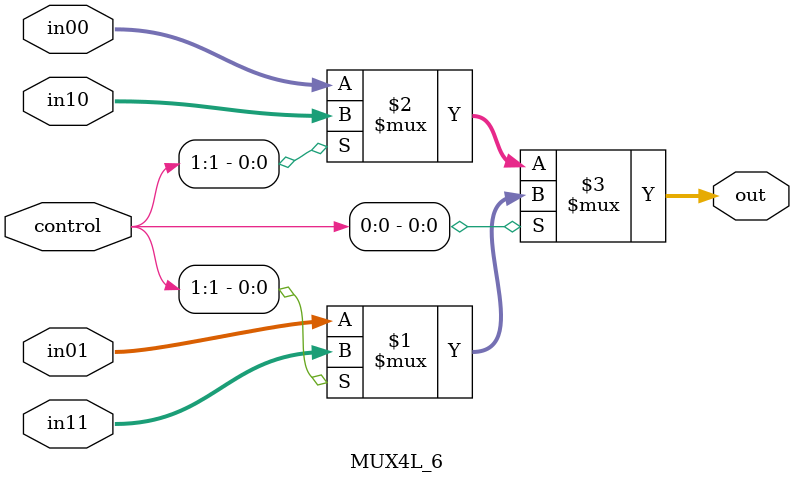
<source format=v>
`timescale 1ns / 1ps
module MUX4L_6(
	 input [1:0] control,
    input [5:0] in00,
    input [5:0] in01,
	 input [5:0] in10,
	 input [5:0] in11,
    output [5:0] out
    );
	 
	// 5Ïß4Â·Ñ¡ÔñÆ÷
	/*always@(*)
	begin
	if (control == 2'b00)  out = in00;
	else if (control == 2'b01)  out = in01;
	else if (control == 2'b10)  out = in10;
	else  out = in11;
	end*/
	assign out = control[0] ? (control[1] ? in11 : in01) : (control[1] ? in10 : in00);

endmodule

</source>
